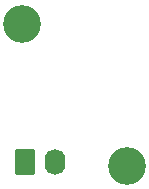
<source format=gbr>
%TF.GenerationSoftware,KiCad,Pcbnew,7.0.7*%
%TF.CreationDate,2023-09-06T19:49:04-05:00*%
%TF.ProjectId,prog1,70726f67-312e-46b6-9963-61645f706362,1.0*%
%TF.SameCoordinates,Original*%
%TF.FileFunction,Soldermask,Bot*%
%TF.FilePolarity,Negative*%
%FSLAX46Y46*%
G04 Gerber Fmt 4.6, Leading zero omitted, Abs format (unit mm)*
G04 Created by KiCad (PCBNEW 7.0.7) date 2023-09-06 19:49:04*
%MOMM*%
%LPD*%
G01*
G04 APERTURE LIST*
G04 Aperture macros list*
%AMRoundRect*
0 Rectangle with rounded corners*
0 $1 Rounding radius*
0 $2 $3 $4 $5 $6 $7 $8 $9 X,Y pos of 4 corners*
0 Add a 4 corners polygon primitive as box body*
4,1,4,$2,$3,$4,$5,$6,$7,$8,$9,$2,$3,0*
0 Add four circle primitives for the rounded corners*
1,1,$1+$1,$2,$3*
1,1,$1+$1,$4,$5*
1,1,$1+$1,$6,$7*
1,1,$1+$1,$8,$9*
0 Add four rect primitives between the rounded corners*
20,1,$1+$1,$2,$3,$4,$5,0*
20,1,$1+$1,$4,$5,$6,$7,0*
20,1,$1+$1,$6,$7,$8,$9,0*
20,1,$1+$1,$8,$9,$2,$3,0*%
G04 Aperture macros list end*
%ADD10C,3.200000*%
%ADD11O,1.740000X2.190000*%
%ADD12RoundRect,0.250000X-0.620000X-0.845000X0.620000X-0.845000X0.620000X0.845000X-0.620000X0.845000X0*%
G04 APERTURE END LIST*
D10*
%TO.C,REF\u002A\u002A*%
X113000000Y-106000000D03*
%TD*%
%TO.C,REF\u002A\u002A*%
X104140000Y-93980000D03*
%TD*%
D11*
%TO.C,J1*%
X106934000Y-105664000D03*
D12*
X104394000Y-105664000D03*
%TD*%
M02*

</source>
